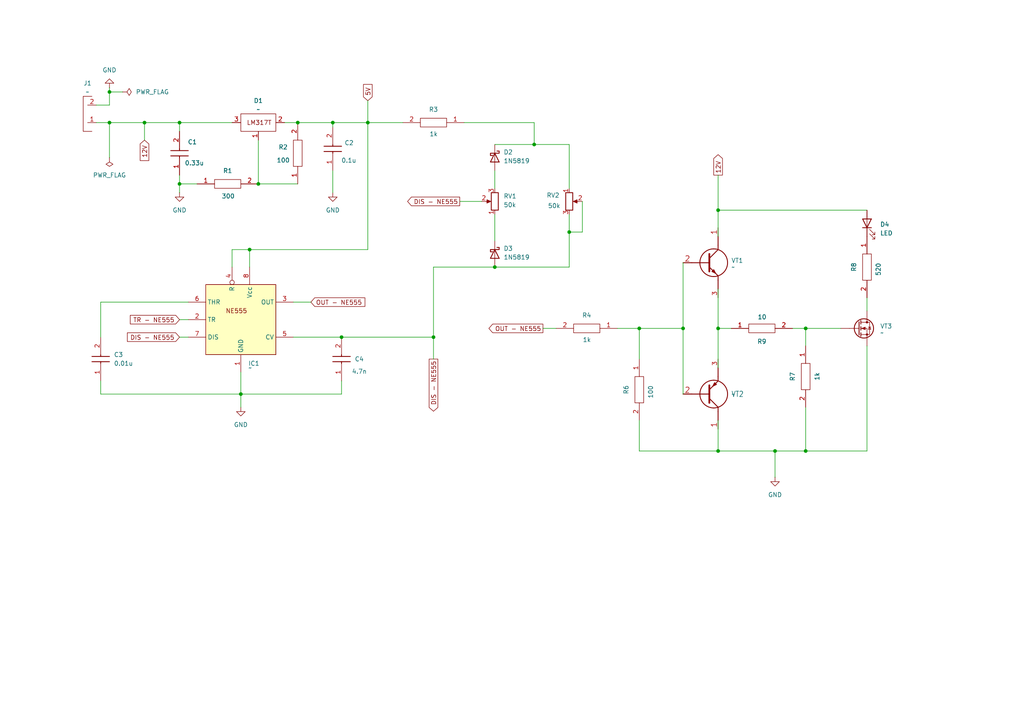
<source format=kicad_sch>
(kicad_sch (version 20250114) (generator "eeschema") (generator_version "9.0")
  (paper "A4")
  (lib_symbols
    (symbol "My_Lib:1N5819" (pin_numbers (hide yes)) (pin_names (offset 1.016) (hide yes))
      (property "Reference" "D2" (at -0.3175 6.35 0))
      (property "Value" "1N5819" (at -0.3175 3.81 0))
      (symbol "1N5819_0_1"
        (polyline (pts (xy -1.905 0.635) (xy -1.905 1.27) (xy -1.27 1.27) (xy -1.27 -1.27) (xy -0.635 -1.27) (xy -0.635 -0.635)) (stroke (width 0.254)))
        (polyline (pts (xy 1.27 1.27) (xy 1.27 -1.27) (xy -1.27 0) (xy 1.27 1.27)) (stroke (width 0.254)))
        (polyline (pts (xy 1.27 0) (xy -1.27 0)))
      )
      (symbol "1N5819_1_1"
        (pin passive line (at -3.81 0 0) (length 2.54) (name "K") (number "1"))
        (pin passive line (at 3.81 0 180) (length 2.54) (name "A") (number "2"))
      )
    )
    (symbol "My_Lib:C - 564R60GAD10" (pin_names (hide yes))
      (property "Reference" "C" (at 5.334 6.858 0))
      (symbol "C - 564R60GAD10_1_1"
        (polyline (pts (xy 5.08 0) (xy 5.588 0)) (stroke (width 0.254)))
        (polyline (pts (xy 5.588 2.54) (xy 5.588 -2.54)) (stroke (width 0.254)))
        (polyline (pts (xy 7.112 2.54) (xy 7.112 -2.54)) (stroke (width 0.254)))
        (polyline (pts (xy 7.112 0) (xy 7.62 0)) (stroke (width 0.254)))
        (pin passive line (at 0 0 0) (length 5.08) (name "1") (number "1"))
        (pin passive line (at 12.7 0 180) (length 5.08) (name "2") (number "2"))
      )
    )
    (symbol "My_Lib:LED" (pin_numbers (hide yes)) (pin_names (offset 1.016) (hide yes))
      (property "Reference" "D3" (at -1.5875 -7.62 0))
      (property "Value" "LED" (at -1.5875 -5.08 0))
      (symbol "LED_0_1"
        (polyline (pts (xy -3.048 -0.762) (xy -4.572 -2.286) (xy -3.81 -2.286) (xy -4.572 -2.286) (xy -4.572 -1.524)))
        (polyline (pts (xy -1.778 -0.762) (xy -3.302 -2.286) (xy -2.54 -2.286) (xy -3.302 -2.286) (xy -3.302 -1.524)))
        (polyline (pts (xy -1.27 0) (xy 1.27 0)))
        (polyline (pts (xy -1.27 -1.27) (xy -1.27 1.27)) (stroke (width 0.254)))
        (polyline (pts (xy 1.27 -1.27) (xy 1.27 1.27) (xy -1.27 0) (xy 1.27 -1.27)) (stroke (width 0.254)))
      )
      (symbol "LED_1_1"
        (pin passive line (at -3.81 0 0) (length 2.54) (name "K") (number "1"))
        (pin passive line (at 3.81 0 180) (length 2.54) (name "A") (number "2"))
      )
    )
    (symbol "My_Lib:LM317T"
      (property "Reference" "D1" (at 7.62 6.35 0))
      (property "Value" "~" (at 7.62 3.81 0))
      (symbol "LM317T_0_1"
        (rectangle (start 2.54 2.54) (end 12.7 -2.54))
      )
      (symbol "LM317T_1_1"
        (text "LM317T\n" (at 7.874 0 0) (effects (font (size 1.27 1.27))))
        (pin input line (at 0 0 0) (length 2.54) (name "") (number "3"))
        (pin input line (at 7.62 -5.08 90) (length 2.54) (name "") (number "1"))
        (pin input line (at 15.24 0 180) (length 2.54) (name "") (number "2"))
      )
    )
    (symbol "My_Lib:NE555"
      (property "Reference" "IC1" (at 16.002 2.794 0))
      (property "Value" "~" (at 11.8111 -24.13 0))
      (symbol "NE555_0_1"
        (rectangle (start 0 0) (end 20.32 -20.32))
      )
      (symbol "NE555_1_1"
        (text "NE555\n" (at 8.89 -7.62 0) (effects (font (size 1.27 1.27))))
        (text_box "" (at 20.32 -20.32 0) (size -20.32 20.32) (margins 1.016 1.016 1.016 1.016) (fill (type color) (color 255 255 194 1)) (effects (font (size 1.27 1.27)) (justify left top)))
        (pin passive line (at -5.08 -5.08 0) (length 5.08) (name "THR") (number "6"))
        (pin passive line (at -5.08 -10.16 0) (length 5.08) (name "TR") (number "2"))
        (pin passive line (at -5.08 -15.24 0) (length 5.08) (name "DIS") (number "7"))
        (pin passive inverted (at 7.62 5.08 270) (length 5.08) (name "R") (number "4"))
        (pin passive line (at 10.16 -25.4 90) (length 5.08) (name "GND") (number "1"))
        (pin passive line (at 12.7 5.08 270) (length 5.08) (name "Vcc") (number "8"))
        (pin passive line (at 25.4 -5.08 180) (length 5.08) (name "OUT") (number "3"))
        (pin passive line (at 25.4 -15.24 180) (length 5.08) (name "CV") (number "5"))
      )
    )
    (symbol "My_Lib:R - CF100-3K3-J-TB-070-62" (pin_names (offset 0.762))
      (property "Reference" "R" (at 7.874 4.826 0))
      (symbol "R - CF100-3K3-J-TB-070-62_0_0"
        (pin passive line (at 0 0 0) (length 5.08) (name "~") (number "1"))
        (pin passive line (at 17.78 0 180) (length 5.08) (name "~") (number "2"))
      )
      (symbol "R - CF100-3K3-J-TB-070-62_0_1"
        (polyline (pts (xy 5.08 1.27) (xy 12.7 1.27) (xy 12.7 -1.27) (xy 5.08 -1.27) (xy 5.08 1.27)) (stroke (width 0.1524)))
      )
    )
    (symbol "My_Lib:R_Potentiometer" (pin_names (offset 1.016) (hide yes))
      (property "Reference" "RV1" (at -2.54 1.2701 0))
      (symbol "R_Potentiometer_0_1"
        (rectangle (start 1.016 2.54) (end -1.016 -2.54) (stroke (width 0.254)))
        (polyline (pts (xy 1.143 0) (xy 2.286 0.508) (xy 2.286 -0.508) (xy 1.143 0)) (fill (type outline)))
        (polyline (pts (xy 2.54 0) (xy 1.524 0)))
      )
      (symbol "R_Potentiometer_1_1"
        (pin passive line (at 0 3.81 270) (length 1.27) (name "1") (number "1"))
        (pin passive line (at 0 -3.81 90) (length 1.27) (name "3") (number "3"))
        (pin passive line (at 3.81 0 180) (length 1.27) (name "2") (number "2"))
      )
    )
    (symbol "My_Lib:TB-09A"
      (property "Reference" "J1" (at 8.89 -1.27 90))
      (property "Value" "~" (at 6.35 -1.27 90))
      (symbol "TB-09A_0_1"
        (polyline (pts (xy 5.08 -2.54) (xy 5.08 0) (xy -5.08 0) (xy -5.08 -2.54)))
      )
      (symbol "TB-09A_1_1"
        (pin power_in line (at -2.54 -3.81 90) (length 2.54) (name "") (number "1"))
        (pin power_in line (at 2.54 -3.81 90) (length 2.54) (name "") (number "2"))
      )
    )
    (symbol "My_Lib:VT - BC327-25_PBFREE" (pin_names (hide yes))
      (property "Reference" "VT" (at 13.97 1.27 0))
      (property "Part Name" "BC327-25_PBFREE" (at 13.97 -1.27 0))
      (symbol "VT - BC327-25_PBFREE_1_0"
        (polyline (pts (xy 0 0) (xy 2.54 0)) (stroke (width 0.254)))
        (polyline (pts (xy 2.54 0) (xy 7.62 0)) (stroke (width 0.254)))
        (polyline (pts (xy 7.62 2.54) (xy 7.62 -2.54)) (stroke (width 0.508)))
        (polyline (pts (xy 7.62 1.27) (xy 10.16 3.81)) (stroke (width 0.254)))
        (polyline (pts (xy 7.62 -1.27) (xy 10.16 -3.81)) (stroke (width 0.254)))
        (arc (start 8.89 4.0161) (mid 12.9061 0) (end 8.89 -4.0161) (stroke (width 0.254)))
        (arc (start 8.89 -4.0161) (mid 4.8739 0) (end 8.89 4.0161) (stroke (width 0.254)))
        (polyline (pts (xy 9.652 -2.794) (xy 9.144 -3.302) (xy 8.636 -2.286) (xy 9.652 -2.794)) (stroke (width 0.254)) (fill (type outline)))
        (polyline (pts (xy 10.16 7.62) (xy 10.16 5.08)) (stroke (width 0.254)))
        (polyline (pts (xy 10.16 3.81) (xy 10.16 5.08)) (stroke (width 0.254)))
        (polyline (pts (xy 10.16 -3.81) (xy 10.16 -5.08)) (stroke (width 0.254)))
        (polyline (pts (xy 10.16 -7.62) (xy 10.16 -5.08)) (stroke (width 0.254)))
        (pin passive line (at 0 0 0) (length 2.54) (name "B") (number "2"))
        (pin passive line (at 10.16 7.62 90) (length 2.54) (name "C") (number "1"))
      )
      (symbol "VT - BC327-25_PBFREE_1_1"
        (pin passive line (at 10.16 -7.62 270) (length 2.54) (name "A") (number "3"))
      )
    )
    (symbol "My_Lib:VT - КТ3102БМ" (pin_names (hide yes))
      (property "Reference" "VT" (at 2.794 6.096 0))
      (symbol "VT - КТ3102БМ_1_0"
        (polyline (pts (xy 0 0) (xy 2.54 0)) (stroke (width 0.254)))
        (polyline (pts (xy 2.54 0) (xy 7.62 0)) (stroke (width 0.254)))
        (polyline (pts (xy 7.62 2.54) (xy 7.62 -2.54)) (stroke (width 0.508)))
        (polyline (pts (xy 7.62 1.27) (xy 10.16 3.81)) (stroke (width 0.254)))
        (polyline (pts (xy 7.62 -1.27) (xy 10.16 -3.81)) (stroke (width 0.254)))
        (polyline (pts (xy 8.382 -2.54) (xy 8.89 -2.032) (xy 9.398 -3.048) (xy 8.382 -2.54)) (stroke (width 0.254)) (fill (type outline)))
        (arc (start 8.89 4.0161) (mid 12.9061 0) (end 8.89 -4.0161) (stroke (width 0.254)))
        (arc (start 8.89 -4.0161) (mid 4.8739 0) (end 8.89 4.0161) (stroke (width 0.254)))
        (polyline (pts (xy 10.16 7.62) (xy 10.16 5.08)) (stroke (width 0.254)))
        (polyline (pts (xy 10.16 3.81) (xy 10.16 5.08)) (stroke (width 0.254)))
        (polyline (pts (xy 10.16 -3.81) (xy 10.16 -5.08)) (stroke (width 0.254)))
        (polyline (pts (xy 10.16 -7.62) (xy 10.16 -5.08)) (stroke (width 0.254)))
        (pin passive line (at 0 0 0) (length 2.54) (name "B") (number "2"))
        (pin passive line (at 10.16 7.62 90) (length 2.54) (name "C") (number "1"))
      )
      (symbol "VT - КТ3102БМ_1_1"
        (pin passive line (at 10.16 -7.62 270) (length 2.54) (name "A") (number "3"))
      )
    )
    (symbol "My_Lib:VT_NMOS" (pin_numbers (hide yes)) (pin_names (offset 0) (hide yes))
      (property "Reference" "VT" (at 6.35 1.2701 0))
      (symbol "VT_NMOS_0_1"
        (polyline (pts (xy 0.254 1.905) (xy 0.254 -1.905)) (stroke (width 0.254)))
        (polyline (pts (xy 0.254 0) (xy -2.54 0)))
        (polyline (pts (xy 0.762 2.286) (xy 0.762 1.27)) (stroke (width 0.254)))
        (polyline (pts (xy 0.762 0.508) (xy 0.762 -0.508)) (stroke (width 0.254)))
        (polyline (pts (xy 0.762 -1.27) (xy 0.762 -2.286)) (stroke (width 0.254)))
        (polyline (pts (xy 0.762 -1.778) (xy 3.302 -1.778) (xy 3.302 1.778) (xy 0.762 1.778)))
        (polyline (pts (xy 1.016 0) (xy 2.032 0.381) (xy 2.032 -0.381) (xy 1.016 0)) (fill (type outline)))
        (circle (center 1.651 0) (radius 2.794) (stroke (width 0.254)))
        (polyline (pts (xy 2.54 2.54) (xy 2.54 1.778)))
        (circle (center 2.54 1.778) (radius 0.254) (fill (type outline)))
        (circle (center 2.54 -1.778) (radius 0.254) (fill (type outline)))
        (polyline (pts (xy 2.54 -2.54) (xy 2.54 0) (xy 0.762 0)))
        (polyline (pts (xy 2.921 0.381) (xy 3.683 0.381)))
        (polyline (pts (xy 3.302 0.381) (xy 2.921 -0.254) (xy 3.683 -0.254) (xy 3.302 0.381)))
      )
      (symbol "VT_NMOS_1_1"
        (pin input line (at -5.08 0 0) (length 2.54) (name "G") (number "G"))
        (pin passive line (at 2.54 5.08 270) (length 2.54) (name "D") (number "D"))
        (pin passive line (at 2.54 -5.08 90) (length 2.54) (name "S") (number "S"))
      )
    )
    (symbol "power:GND" (power) (pin_numbers (hide yes)) (pin_names (offset 0) (hide yes))
      (property "Value" "GND" (at 0 -3.81 0))
      (symbol "GND_0_1"
        (polyline (pts (xy 0 0) (xy 0 -1.27) (xy 1.27 -1.27) (xy 0 -2.54) (xy -1.27 -1.27) (xy 0 -1.27)))
      )
      (symbol "GND_1_1"
        (pin power_in line (at 0 0 270) (length 0) (name "~") (number "1"))
      )
    )
    (symbol "power:PWR_FLAG" (power) (pin_numbers (hide yes)) (pin_names (offset 0) (hide yes))
      (property "Value" "PWR_FLAG" (at 0 3.81 0))
      (symbol "PWR_FLAG_0_0"
        (pin power_out line (at 0 0 90) (length 0) (name "~") (number "1"))
      )
      (symbol "PWR_FLAG_0_1"
        (polyline (pts (xy 0 0) (xy 0 1.27) (xy -1.016 1.905) (xy 0 2.54) (xy 1.016 1.905) (xy 0 1.27)))
      )
    )
  )
  (junction (at 31.75 26.67))
  (junction (at 52.07 53.34))
  (junction (at 125.73 97.79))
  (junction (at 208.28 95.25))
  (junction (at 208.28 60.96))
  (junction (at 74.93 53.34))
  (junction (at 233.68 95.25))
  (junction (at 69.85 114.3))
  (junction (at 72.39 72.39))
  (junction (at 99.06 97.79))
  (junction (at 154.94 41.91))
  (junction (at 208.28 130.81))
  (junction (at 233.68 130.81))
  (junction (at 41.91 35.56))
  (junction (at 31.75 35.56))
  (junction (at 165.1 67.31))
  (junction (at 185.42 95.25))
  (junction (at 86.36 35.56))
  (junction (at 143.51 77.47))
  (junction (at 224.79 130.81))
  (junction (at 198.12 95.25))
  (junction (at 106.68 35.56))
  (junction (at 96.52 35.56))
  (junction (at 52.07 35.56))
  (wire (pts (xy 96.52 35.56) (xy 106.68 35.56)))
  (wire (pts (xy 233.68 130.81) (xy 251.46 130.81)))
  (wire (pts (xy 157.48 95.25) (xy 161.29 95.25)))
  (wire (pts (xy 251.46 86.36) (xy 251.46 90.17)))
  (wire (pts (xy 198.12 95.25) (xy 198.12 76.2)))
  (wire (pts (xy 52.07 97.79) (xy 54.61 97.79)))
  (wire (pts (xy 224.79 130.81) (xy 233.68 130.81)))
  (wire (pts (xy 179.07 95.25) (xy 185.42 95.25)))
  (wire (pts (xy 208.28 130.81) (xy 208.28 121.92)))
  (wire (pts (xy 31.75 25.4) (xy 31.75 26.67)))
  (wire (pts (xy 82.55 35.56) (xy 86.36 35.56)))
  (wire (pts (xy 41.91 40.64) (xy 41.91 35.56)))
  (wire (pts (xy 185.42 95.25) (xy 198.12 95.25)))
  (wire (pts (xy 52.07 35.56) (xy 67.31 35.56)))
  (wire (pts (xy 52.07 50.8) (xy 52.07 53.34)))
  (wire (pts (xy 99.06 110.49) (xy 99.06 114.3)))
  (wire (pts (xy 96.52 36.83) (xy 96.52 35.56)))
  (wire (pts (xy 99.06 97.79) (xy 125.73 97.79)))
  (wire (pts (xy 57.15 53.34) (xy 52.07 53.34)))
  (wire (pts (xy 154.94 41.91) (xy 165.1 41.91)))
  (wire (pts (xy 185.42 121.92) (xy 185.42 130.81)))
  (wire (pts (xy 154.94 35.56) (xy 154.94 41.91)))
  (wire (pts (xy 224.79 138.43) (xy 224.79 130.81)))
  (wire (pts (xy 125.73 97.79) (xy 125.73 104.14)))
  (wire (pts (xy 143.51 62.23) (xy 143.51 69.85)))
  (wire (pts (xy 74.93 40.64) (xy 74.93 53.34)))
  (wire (pts (xy 208.28 130.81) (xy 224.79 130.81)))
  (wire (pts (xy 29.21 87.63) (xy 29.21 97.79)))
  (wire (pts (xy 67.31 72.39) (xy 72.39 72.39)))
  (wire (pts (xy 54.61 87.63) (xy 29.21 87.63)))
  (wire (pts (xy 208.28 95.25) (xy 212.09 95.25)))
  (wire (pts (xy 143.51 77.47) (xy 165.1 77.47)))
  (wire (pts (xy 69.85 114.3) (xy 69.85 118.11)))
  (wire (pts (xy 185.42 95.25) (xy 185.42 104.14)))
  (wire (pts (xy 208.28 60.96) (xy 251.46 60.96)))
  (wire (pts (xy 208.28 60.96) (xy 208.28 68.58)))
  (wire (pts (xy 29.21 114.3) (xy 69.85 114.3)))
  (wire (pts (xy 99.06 114.3) (xy 69.85 114.3)))
  (wire (pts (xy 72.39 72.39) (xy 106.68 72.39)))
  (wire (pts (xy 143.51 49.53) (xy 143.51 54.61)))
  (wire (pts (xy 86.36 35.56) (xy 96.52 35.56)))
  (wire (pts (xy 85.09 97.79) (xy 99.06 97.79)))
  (wire (pts (xy 208.28 95.25) (xy 208.28 106.68)))
  (wire (pts (xy 165.1 41.91) (xy 165.1 54.61)))
  (wire (pts (xy 106.68 29.21) (xy 106.68 35.56)))
  (wire (pts (xy 125.73 97.79) (xy 125.73 77.47)))
  (wire (pts (xy 31.75 45.72) (xy 31.75 35.56)))
  (wire (pts (xy 31.75 35.56) (xy 41.91 35.56)))
  (wire (pts (xy 72.39 72.39) (xy 72.39 77.47)))
  (wire (pts (xy 168.91 58.42) (xy 168.91 67.31)))
  (wire (pts (xy 133.35 58.42) (xy 139.7 58.42)))
  (wire (pts (xy 251.46 100.33) (xy 251.46 130.81)))
  (wire (pts (xy 165.1 62.23) (xy 165.1 67.31)))
  (wire (pts (xy 168.91 67.31) (xy 165.1 67.31)))
  (wire (pts (xy 85.09 87.63) (xy 90.17 87.63)))
  (wire (pts (xy 96.52 49.53) (xy 96.52 55.88)))
  (wire (pts (xy 67.31 77.47) (xy 67.31 72.39)))
  (wire (pts (xy 31.75 26.67) (xy 31.75 30.48)))
  (wire (pts (xy 31.75 26.67) (xy 35.56 26.67)))
  (wire (pts (xy 29.21 110.49) (xy 29.21 114.3)))
  (wire (pts (xy 134.62 35.56) (xy 154.94 35.56)))
  (wire (pts (xy 233.68 118.11) (xy 233.68 130.81)))
  (wire (pts (xy 208.28 83.82) (xy 208.28 95.25)))
  (wire (pts (xy 125.73 77.47) (xy 143.51 77.47)))
  (wire (pts (xy 229.87 95.25) (xy 233.68 95.25)))
  (wire (pts (xy 52.07 38.1) (xy 52.07 35.56)))
  (wire (pts (xy 233.68 95.25) (xy 233.68 100.33)))
  (wire (pts (xy 143.51 41.91) (xy 154.94 41.91)))
  (wire (pts (xy 31.75 30.48) (xy 27.94 30.48)))
  (wire (pts (xy 27.94 35.56) (xy 31.75 35.56)))
  (wire (pts (xy 106.68 35.56) (xy 106.68 72.39)))
  (wire (pts (xy 208.28 50.8) (xy 208.28 60.96)))
  (wire (pts (xy 106.68 35.56) (xy 116.84 35.56)))
  (wire (pts (xy 52.07 55.88) (xy 52.07 53.34)))
  (wire (pts (xy 52.07 92.71) (xy 54.61 92.71)))
  (wire (pts (xy 74.93 53.34) (xy 86.36 53.34)))
  (wire (pts (xy 69.85 107.95) (xy 69.85 114.3)))
  (wire (pts (xy 185.42 130.81) (xy 208.28 130.81)))
  (wire (pts (xy 198.12 95.25) (xy 198.12 114.3)))
  (wire (pts (xy 41.91 35.56) (xy 52.07 35.56)))
  (wire (pts (xy 165.1 67.31) (xy 165.1 77.47)))
  (wire (pts (xy 233.68 95.25) (xy 243.84 95.25)))
  (global_label "DIS - NE555" (shape input) (at 52.07 97.79 180) (property "Intersheetrefs" "${INTERSHEET_REFS}" (effects (hide yes))))
  (global_label "OUT - NE555" (shape output) (at 157.48 95.25 180) (property "Intersheetrefs" "${INTERSHEET_REFS}" (effects (hide yes))))
  (global_label "5V" (shape input) (at 106.68 29.21 90) (property "Intersheetrefs" "${INTERSHEET_REFS}" (effects (hide yes))))
  (global_label "TR - NE555" (shape input) (at 52.07 92.71 180) (property "Intersheetrefs" "${INTERSHEET_REFS}" (effects (hide yes))))
  (global_label "OUT - NE555" (shape input) (at 90.17 87.63 0) (property "Intersheetrefs" "${INTERSHEET_REFS}" (effects (hide yes))))
  (global_label "12V" (shape input) (at 41.91 40.64 270) (property "Intersheetrefs" "${INTERSHEET_REFS}" (effects (hide yes))))
  (global_label "DIS - NE555" (shape output) (at 133.35 58.42 180) (property "Intersheetrefs" "${INTERSHEET_REFS}" (effects (hide yes))))
  (global_label "DIS - NE555" (shape output) (at 125.73 104.14 270) (property "Intersheetrefs" "${INTERSHEET_REFS}" (effects (hide yes))))
  (global_label "12V" (shape output) (at 208.28 50.8 90) (property "Intersheetrefs" "${INTERSHEET_REFS}" (effects (hide yes))))
  (symbol (lib_id "My_Lib:C - 564R60GAD10") (at 96.52 49.53 90) (unit 1)
    (property "Reference" "C2" (at 102.616 42.164 90) (effects (justify left top)))
    (property "Value" "0.1u" (at 103.378 47.244 90) (effects (justify left top)))
    (property "Footprint" "My_lib2:564R60GAD10" (effects (hide yes)))
    (property "Datasheet" "https://componentsearchengine.com/Datasheets/1/564R60GAD10.pdf" (effects (hide yes)))
    (property "Description" "Cap Ceramic Single 0.001uF 6000V Z5U 20% (10.2 X 6.9mm) Radial 9.5mm 105C Bulk" (effects (hide yes)))
    (property "Height" "10.2" (effects (hide yes)))
    (property "Manufacturer_Name" "Vishay" (effects (hide yes)))
    (property "Manufacturer_Part_Number" "564R60GAD10" (effects (hide yes)))
    (property "Mouser Part Number" "75-564R60GAD10" (effects (hide yes)))
    (property "Mouser Price/Stock" "https://www.mouser.co.uk/ProductDetail/Vishay/564R60GAD10?qs=xrnNvQC1SKQV3fR046g7Jg%3D%3D" (effects (hide yes)))
    (property "Arrow Part Number" "564R60GAD10" (effects (hide yes)))
    (property "Arrow Price/Stock" "https://www.arrow.com/en/products/564r60gad10/vishay?region=nac" (effects (hide yes)))
  )
  (symbol (lib_id "My_Lib:C - 564R60GAD10") (at 99.06 110.49 90) (unit 1)
    (property "Reference" "C4" (at 102.87 104.1399 90) (effects (justify right)))
    (property "Value" "4.7n" (at 106.426 108.458 90) (effects (justify left top)))
    (property "Footprint" "My_lib2:564R60GAD10" (effects (hide yes)))
    (property "Datasheet" "https://componentsearchengine.com/Datasheets/1/564R60GAD10.pdf" (effects (hide yes)))
    (property "Description" "Cap Ceramic Single 0.001uF 6000V Z5U 20% (10.2 X 6.9mm) Radial 9.5mm 105C Bulk" (effects (hide yes)))
    (property "Height" "10.2" (effects (hide yes)))
    (property "Manufacturer_Name" "Vishay" (effects (hide yes)))
    (property "Manufacturer_Part_Number" "564R60GAD10" (effects (hide yes)))
    (property "Mouser Part Number" "75-564R60GAD10" (effects (hide yes)))
    (property "Mouser Price/Stock" "https://www.mouser.co.uk/ProductDetail/Vishay/564R60GAD10?qs=xrnNvQC1SKQV3fR046g7Jg%3D%3D" (effects (hide yes)))
    (property "Arrow Part Number" "564R60GAD10" (effects (hide yes)))
    (property "Arrow Price/Stock" "https://www.arrow.com/en/products/564r60gad10/vishay?region=nac" (effects (hide yes)))
  )
  (symbol (lib_id "power:GND") (at 96.52 55.88 0) (unit 1)
    (property "Reference" "#PWR7" (effects (hide yes)))
    (property "Value" "GND" (at 96.52 60.96 0))
    (property "Description" "Power symbol creates a global label with name \"GND\" , ground" (effects (hide yes)))
  )
  (symbol (lib_id "My_Lib:VT - BC327-25_PBFREE") (at 198.12 114.3 0) (mirror x) (unit 1)
    (property "Reference" "VT2" (at 212.09 114.3 0) (effects (font (size 1.5833 1.3333)) (justify left)))
    (property "Value" "~" (at 212.09 114.3 0) (effects (justify left)))
    (property "Footprint" "My_lib2:BC32725PBFREE" (effects (hide yes)))
    (property "Description" "Bipolar Transistors - BJT PNP 50Vcbo 45 Vceo 500mA 625mW Trans" (effects (hide yes)))
    (property "Part Name" "BC327-25_PBFREE" (effects (hide yes)))
    (property "Part Version" "1" (effects (hide yes)))
    (property "3D_Model" "BC327-25_PBFREE" (effects (hide yes)))
    (property "Arrow Part Number" "-" (effects (hide yes)))
    (property "Arrow Price/Stock" "-" (effects (hide yes)))
    (property "Height" "7.87mm" (effects (hide yes)))
    (property "Link Datasheet" "https://my.centralsemi.com/datasheets/BC327-328.PDF" (effects (hide yes)))
    (property "Link Mouser Price/Stock" "https://www.mouser.co.uk/ProductDetail/Central-Semiconductor/BC327-25-PBFREE?qs=u16ybLDytRZN73jSFKN2Hg%3D%3D" (effects (hide yes)))
    (property "Manufacturer_Name" "Central Semiconductor" (effects (hide yes)))
    (property "Manufacturer_Part_Number" "BC327-25 PBFREE" (effects (hide yes)))
    (property "Mouser Part Number" "610-BC327-25" (effects (hide yes)))
  )
  (symbol (lib_id "My_Lib:LED") (at 251.46 64.77 90) (unit 1)
    (property "Reference" "D4" (at 255.27 65.0874 90) (effects (justify right)))
    (property "Value" "LED" (at 255.27 67.6274 90) (effects (justify right)))
    (property "Description" "Light emitting diode" (effects (hide yes)))
    (property "Sim.Pins" "1=K 2=A" (effects (hide yes)))
  )
  (symbol (lib_id "My_Lib:R - CF100-3K3-J-TB-070-62") (at 134.62 35.56 180) (unit 1)
    (property "Reference" "R3" (at 125.73 31.75 0))
    (property "Value" "1k" (at 127 38.862 0) (effects (justify left)))
    (property "Footprint" "RESAD2700W60L1100D400" (effects (hide yes)))
    (property "Description" "CF100-3K3-J-TB-070-62 CARBON FILM FIXED RESISTOR, 1.0(1W)" (effects (hide yes)))
    (property "Description_1" "CARBON FILM FIXED RESISTOR, 1.0(1W)" (effects (hide yes)))
    (property "Manufacturer_Name" "HKR" (effects (hide yes)))
    (property "Manufacturer_Part_Number" "CF100-3K3-J-TB-070-62" (effects (hide yes)))
  )
  (symbol (lib_id "power:PWR_FLAG") (at 31.75 45.72 180) (unit 1)
    (property "Reference" "#FLG1" (effects (hide yes)))
    (property "Value" "PWR_FLAG" (at 31.75 50.8 0))
    (property "Description" "Special symbol for telling ERC where power comes from" (effects (hide yes)))
  )
  (symbol (lib_id "power:GND") (at 31.75 25.4 180) (unit 1)
    (property "Reference" "#PWR4" (effects (hide yes)))
    (property "Value" "GND" (at 31.75 20.32 0))
    (property "Description" "Power symbol creates a global label with name \"GND\" , ground" (effects (hide yes)))
  )
  (symbol (lib_id "power:GND") (at 69.85 118.11 0) (unit 1)
    (property "Reference" "#PWR8" (effects (hide yes)))
    (property "Value" "GND" (at 69.85 123.19 0))
    (property "Description" "Power symbol creates a global label with name \"GND\" , ground" (effects (hide yes)))
  )
  (symbol (lib_id "My_Lib:R_Potentiometer") (at 143.51 58.42 180) (unit 1)
    (property "Reference" "RV1" (at 146.05 56.896 0) (effects (justify right)))
    (property "Value" "50k" (at 146.05 59.4361 0) (effects (justify right)))
    (property "Description" "Potentiometer" (effects (hide yes)))
  )
  (symbol (lib_id "My_Lib:LM317T") (at 67.31 35.56 0) (unit 1)
    (property "Reference" "D1" (at 74.93 29.21 0))
    (property "Value" "~" (at 74.93 31.75 0))
    (property "Footprint" "My_lib2:TO-220 - L7805ACV" (effects (hide yes)))
    (property "Datasheet" "https://cdn.promelec.ru/upload/datasheet/b/c/LM117-LM217-LM317-ST.pdf" (effects (hide yes)))
  )
  (symbol (lib_id "My_Lib:R_Potentiometer") (at 165.1 58.42 0) (unit 1)
    (property "Reference" "RV2" (at 162.306 56.642 0) (effects (justify right)))
    (property "Value" "50k" (at 162.56 59.6899 0) (effects (justify right)))
    (property "Description" "Potentiometer" (effects (hide yes)))
  )
  (symbol (lib_id "My_Lib:1N5819") (at 143.51 73.66 270) (unit 1)
    (property "Reference" "D3" (at 146.05 72.0724 90) (effects (justify left)))
    (property "Value" "1N5819" (at 146.05 74.6124 90) (effects (justify left)))
    (property "Footprint" "Diode_THT:D_DO-35_SOD27_P7.62mm_Horizontal" (effects (hide yes)))
    (property "Datasheet" "https://www.microsemi.com/document-portal/doc_download/8865-lds-0040-datasheet" (effects (hide yes)))
    (property "Description" "70V 33mA Schottky diode, DO-35" (effects (hide yes)))
  )
  (symbol (lib_id "My_Lib:VT - КТ3102БМ") (at 198.12 76.2 0) (unit 1)
    (property "Reference" "VT1" (at 212.09 75.5649 0) (effects (justify left)))
    (property "Value" "~" (at 212.09 77.47 0) (effects (justify left)))
    (property "Footprint" "My_lib2:VT - BC32725PBFREE TO-92" (effects (hide yes)))
    (property "Datasheet" "https://cdn.promelec.ru/upload/items/2020/02/06/kt3102a_d_.pdf" (effects (hide yes)))
    (property "Description" "Биполярный транзистор NPN 50В 100мА 250мВт Кус 200-500 150МГц" (effects (hide yes)))
  )
  (symbol (lib_id "My_Lib:R - CF100-3K3-J-TB-070-62") (at 233.68 100.33 270) (unit 1)
    (property "Reference" "R7" (at 229.87 109.22 0))
    (property "Value" "1k" (at 236.982 107.95 0) (effects (justify left)))
    (property "Footprint" "RESAD2700W60L1100D400" (effects (hide yes)))
    (property "Description" "CF100-3K3-J-TB-070-62 CARBON FILM FIXED RESISTOR, 1.0(1W)" (effects (hide yes)))
    (property "Description_1" "CARBON FILM FIXED RESISTOR, 1.0(1W)" (effects (hide yes)))
    (property "Manufacturer_Name" "HKR" (effects (hide yes)))
    (property "Manufacturer_Part_Number" "CF100-3K3-J-TB-070-62" (effects (hide yes)))
  )
  (symbol (lib_id "My_Lib:NE555") (at 59.69 82.55 0) (unit 1)
    (property "Reference" "IC1" (at 71.9933 105.41 0) (effects (justify left)))
    (property "Value" "~" (at 71.9933 106.68 0) (effects (justify left)))
    (property "Footprint" "My_lib2:8-DIP" (effects (hide yes)))
    (property "Datasheet" "https://static.chipdip.ru/lib/142/DOC000142784.pdf" (effects (hide yes)))
  )
  (symbol (lib_id "My_Lib:TB-09A") (at 24.13 33.02 90) (unit 1)
    (property "Reference" "J1" (at 25.4 24.13 90))
    (property "Value" "~" (at 25.4 26.67 90))
    (property "Footprint" "My_lib2:TB-09A" (effects (hide yes)))
    (property "Description" "Винтовой разъем на плату" (effects (hide yes)))
  )
  (symbol (lib_id "My_Lib:R - CF100-3K3-J-TB-070-62") (at 86.36 53.34 90) (unit 1)
    (property "Reference" "R2" (at 80.772 42.672 90) (effects (justify right)))
    (property "Value" "100" (at 84.074 46.482 90) (effects (justify left)))
    (property "Footprint" "RESAD2700W60L1100D400" (effects (hide yes)))
    (property "Description" "CF100-3K3-J-TB-070-62 CARBON FILM FIXED RESISTOR, 1.0(1W)" (effects (hide yes)))
    (property "Description_1" "CARBON FILM FIXED RESISTOR, 1.0(1W)" (effects (hide yes)))
    (property "Manufacturer_Name" "HKR" (effects (hide yes)))
    (property "Manufacturer_Part_Number" "CF100-3K3-J-TB-070-62" (effects (hide yes)))
  )
  (symbol (lib_id "My_Lib:R - CF100-3K3-J-TB-070-62") (at 185.42 104.14 270) (unit 1)
    (property "Reference" "R6" (at 181.61 113.03 0))
    (property "Value" "100" (at 188.722 111.76 0) (effects (justify left)))
    (property "Footprint" "RESAD2700W60L1100D400" (effects (hide yes)))
    (property "Description" "CF100-3K3-J-TB-070-62 CARBON FILM FIXED RESISTOR, 1.0(1W)" (effects (hide yes)))
    (property "Description_1" "CARBON FILM FIXED RESISTOR, 1.0(1W)" (effects (hide yes)))
    (property "Manufacturer_Name" "HKR" (effects (hide yes)))
    (property "Manufacturer_Part_Number" "CF100-3K3-J-TB-070-62" (effects (hide yes)))
  )
  (symbol (lib_id "My_Lib:C - 564R60GAD10") (at 52.07 50.8 90) (unit 1)
    (property "Reference" "C1" (at 57.15 41.91 90) (effects (justify left top)))
    (property "Value" "0.33u" (at 59.182 48.006 90) (effects (justify left top)))
    (property "Footprint" "My_lib2:564R60GAD10" (effects (hide yes)))
    (property "Datasheet" "https://componentsearchengine.com/Datasheets/1/564R60GAD10.pdf" (effects (hide yes)))
    (property "Description" "Cap Ceramic Single 0.001uF 6000V Z5U 20% (10.2 X 6.9mm) Radial 9.5mm 105C Bulk" (effects (hide yes)))
    (property "Height" "10.2" (effects (hide yes)))
    (property "Manufacturer_Name" "Vishay" (effects (hide yes)))
    (property "Manufacturer_Part_Number" "564R60GAD10" (effects (hide yes)))
    (property "Mouser Part Number" "75-564R60GAD10" (effects (hide yes)))
    (property "Mouser Price/Stock" "https://www.mouser.co.uk/ProductDetail/Vishay/564R60GAD10?qs=xrnNvQC1SKQV3fR046g7Jg%3D%3D" (effects (hide yes)))
    (property "Arrow Part Number" "564R60GAD10" (effects (hide yes)))
    (property "Arrow Price/Stock" "https://www.arrow.com/en/products/564r60gad10/vishay?region=nac" (effects (hide yes)))
  )
  (symbol (lib_id "My_Lib:C - 564R60GAD10") (at 29.21 110.49 90) (unit 1)
    (property "Reference" "C3" (at 33.02 102.8699 90) (effects (justify right)))
    (property "Value" "0.01u" (at 33.02 105.4099 90) (effects (justify right)))
    (property "Footprint" "My_lib2:564R60GAD10" (effects (hide yes)))
    (property "Datasheet" "https://componentsearchengine.com/Datasheets/1/564R60GAD10.pdf" (effects (hide yes)))
    (property "Description" "Cap Ceramic Single 0.001uF 6000V Z5U 20% (10.2 X 6.9mm) Radial 9.5mm 105C Bulk" (effects (hide yes)))
    (property "Height" "10.2" (effects (hide yes)))
    (property "Manufacturer_Name" "Vishay" (effects (hide yes)))
    (property "Manufacturer_Part_Number" "564R60GAD10" (effects (hide yes)))
    (property "Mouser Part Number" "75-564R60GAD10" (effects (hide yes)))
    (property "Mouser Price/Stock" "https://www.mouser.co.uk/ProductDetail/Vishay/564R60GAD10?qs=xrnNvQC1SKQV3fR046g7Jg%3D%3D" (effects (hide yes)))
    (property "Arrow Part Number" "564R60GAD10" (effects (hide yes)))
    (property "Arrow Price/Stock" "https://www.arrow.com/en/products/564r60gad10/vishay?region=nac" (effects (hide yes)))
  )
  (symbol (lib_id "My_Lib:R - CF100-3K3-J-TB-070-62") (at 57.15 53.34 0) (unit 1)
    (property "Reference" "R1" (at 66.04 49.53 0))
    (property "Value" "300" (at 64.262 56.896 0) (effects (justify left)))
    (property "Footprint" "RESAD2700W60L1100D400" (effects (hide yes)))
    (property "Description" "CF100-3K3-J-TB-070-62 CARBON FILM FIXED RESISTOR, 1.0(1W)" (effects (hide yes)))
    (property "Description_1" "CARBON FILM FIXED RESISTOR, 1.0(1W)" (effects (hide yes)))
    (property "Manufacturer_Name" "HKR" (effects (hide yes)))
    (property "Manufacturer_Part_Number" "CF100-3K3-J-TB-070-62" (effects (hide yes)))
  )
  (symbol (lib_id "power:GND") (at 224.79 138.43 0) (unit 1)
    (property "Reference" "#PWR09" (effects (hide yes)))
    (property "Value" "GND" (at 224.79 143.51 0))
    (property "Description" "Power symbol creates a global label with name \"GND\" , ground" (effects (hide yes)))
  )
  (symbol (lib_id "My_Lib:VT_NMOS") (at 248.92 95.25 0) (unit 1)
    (property "Reference" "VT3" (at 255.27 94.6149 0) (effects (justify left)))
    (property "Value" "~" (at 255.27 96.52 0) (effects (justify left)))
    (property "Description" "N-MOSFET transistor" (effects (hide yes)))
  )
  (symbol (lib_id "My_Lib:1N5819") (at 143.51 45.72 270) (unit 1)
    (property "Reference" "D2" (at 146.05 44.1324 90) (effects (justify left)))
    (property "Value" "1N5819" (at 146.05 46.6724 90) (effects (justify left)))
    (property "Footprint" "Diode_THT:D_DO-35_SOD27_P7.62mm_Horizontal" (effects (hide yes)))
    (property "Datasheet" "https://www.microsemi.com/document-portal/doc_download/8865-lds-0040-datasheet" (effects (hide yes)))
    (property "Description" "70V 33mA Schottky diode, DO-35" (effects (hide yes)))
  )
  (symbol (lib_id "My_Lib:R - CF100-3K3-J-TB-070-62") (at 179.07 95.25 180) (unit 1)
    (property "Reference" "R4" (at 170.18 91.44 0))
    (property "Value" "1k" (at 171.45 98.552 0) (effects (justify left)))
    (property "Footprint" "RESAD2700W60L1100D400" (effects (hide yes)))
    (property "Description" "CF100-3K3-J-TB-070-62 CARBON FILM FIXED RESISTOR, 1.0(1W)" (effects (hide yes)))
    (property "Description_1" "CARBON FILM FIXED RESISTOR, 1.0(1W)" (effects (hide yes)))
    (property "Manufacturer_Name" "HKR" (effects (hide yes)))
    (property "Manufacturer_Part_Number" "CF100-3K3-J-TB-070-62" (effects (hide yes)))
  )
  (symbol (lib_id "My_Lib:R - CF100-3K3-J-TB-070-62") (at 251.46 68.58 270) (unit 1)
    (property "Reference" "R8" (at 247.65 77.47 0))
    (property "Value" "520" (at 254.762 76.2 0) (effects (justify left)))
    (property "Footprint" "RESAD2700W60L1100D400" (effects (hide yes)))
    (property "Description" "CF100-3K3-J-TB-070-62 CARBON FILM FIXED RESISTOR, 1.0(1W)" (effects (hide yes)))
    (property "Description_1" "CARBON FILM FIXED RESISTOR, 1.0(1W)" (effects (hide yes)))
    (property "Manufacturer_Name" "HKR" (effects (hide yes)))
    (property "Manufacturer_Part_Number" "CF100-3K3-J-TB-070-62" (effects (hide yes)))
  )
  (symbol (lib_id "power:PWR_FLAG") (at 35.56 26.67 270) (unit 1)
    (property "Reference" "#FLG2" (effects (hide yes)))
    (property "Value" "PWR_FLAG" (at 39.37 26.6699 90) (effects (justify left)))
    (property "Description" "Special symbol for telling ERC where power comes from" (effects (hide yes)))
  )
  (symbol (lib_id "power:GND") (at 52.07 55.88 0) (unit 1)
    (property "Reference" "#PWR6" (effects (hide yes)))
    (property "Value" "GND" (at 52.07 60.96 0))
    (property "Description" "Power symbol creates a global label with name \"GND\" , ground" (effects (hide yes)))
  )
  (symbol (lib_id "My_Lib:R - CF100-3K3-J-TB-070-62") (at 212.09 95.25 0) (unit 1)
    (property "Reference" "R9" (at 220.98 99.06 0))
    (property "Value" "10" (at 219.71 91.948 0) (effects (justify left)))
    (property "Footprint" "RESAD2700W60L1100D400" (effects (hide yes)))
    (property "Description" "CF100-3K3-J-TB-070-62 CARBON FILM FIXED RESISTOR, 1.0(1W)" (effects (hide yes)))
    (property "Description_1" "CARBON FILM FIXED RESISTOR, 1.0(1W)" (effects (hide yes)))
    (property "Manufacturer_Name" "HKR" (effects (hide yes)))
    (property "Manufacturer_Part_Number" "CF100-3K3-J-TB-070-62" (effects (hide yes)))
  )
)
</source>
